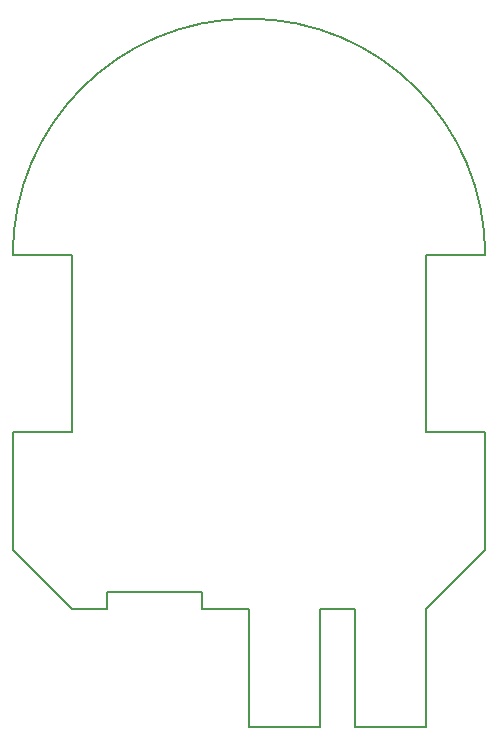
<source format=gbr>
G04 #@! TF.FileFunction,Profile,NP*
%FSLAX46Y46*%
G04 Gerber Fmt 4.6, Leading zero omitted, Abs format (unit mm)*
G04 Created by KiCad (PCBNEW 4.0.7) date 10/02/18 15:19:20*
%MOMM*%
%LPD*%
G01*
G04 APERTURE LIST*
%ADD10C,0.100000*%
%ADD11C,0.150000*%
G04 APERTURE END LIST*
D10*
D11*
X145000000Y-105000000D02*
X141000000Y-105000000D01*
X145000000Y-107000000D02*
X145000000Y-105000000D01*
X151000000Y-105000000D02*
X151000000Y-107000000D01*
X154000000Y-105000000D02*
X151000000Y-105000000D01*
X154000000Y-107000000D02*
X154000000Y-105000000D01*
X160000000Y-105000000D02*
X160000000Y-107000000D01*
X141000000Y-103500000D02*
X141000000Y-105000000D01*
X133000000Y-103500000D02*
X141000000Y-103500000D01*
X133000000Y-105000000D02*
X133000000Y-103500000D01*
X130000000Y-105000000D02*
X133000000Y-105000000D01*
X145000000Y-107000000D02*
X145000000Y-115000000D01*
X151000000Y-115000000D02*
X151000000Y-107000000D01*
X154000000Y-107000000D02*
X154000000Y-115000000D01*
X160000000Y-115000000D02*
X160000000Y-107000000D01*
X145000000Y-115000000D02*
X151000000Y-115000000D01*
X154000000Y-115000000D02*
X160000000Y-115000000D01*
X165000000Y-100000000D02*
X165000000Y-90000000D01*
X160000000Y-105000000D02*
X165000000Y-100000000D01*
X125000000Y-100000000D02*
X130000000Y-105000000D01*
X125000000Y-90000000D02*
X125000000Y-100000000D01*
X145000000Y-55000000D02*
G75*
G03X125000000Y-75000000I0J-20000000D01*
G01*
X165000000Y-75000000D02*
G75*
G03X145000000Y-55000000I-20000000J0D01*
G01*
X130000000Y-90000000D02*
X125000000Y-90000000D01*
X130000000Y-75000000D02*
X130000000Y-90000000D01*
X125000000Y-75000000D02*
X130000000Y-75000000D01*
X160000000Y-90000000D02*
X165000000Y-90000000D01*
X160000000Y-75000000D02*
X160000000Y-90000000D01*
X165000000Y-75000000D02*
X160000000Y-75000000D01*
M02*

</source>
